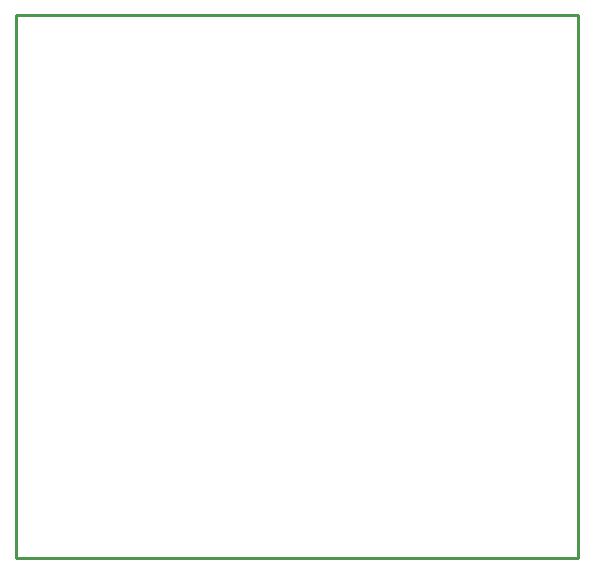
<source format=gko>
G04 Layer: BoardOutline*
G04 EasyEDA v6.4.19.5, 2021-06-09T19:17:38+02:00*
G04 94c66fb5ae3c4a55bd9af1bff0602b37,3a21a940fc264e4589df007fb316c5b6,10*
G04 Gerber Generator version 0.2*
G04 Scale: 100 percent, Rotated: No, Reflected: No *
G04 Dimensions in millimeters *
G04 leading zeros omitted , absolute positions ,4 integer and 5 decimal *
%FSLAX45Y45*%
%MOMM*%

%ADD10C,0.2540*%
D10*
X5410200Y4584700D02*
G01*
X10172700Y4584700D01*
X10172700Y-15199D01*
X5410200Y-15199D01*
X5410200Y4584700D01*

%LPD*%
M02*

</source>
